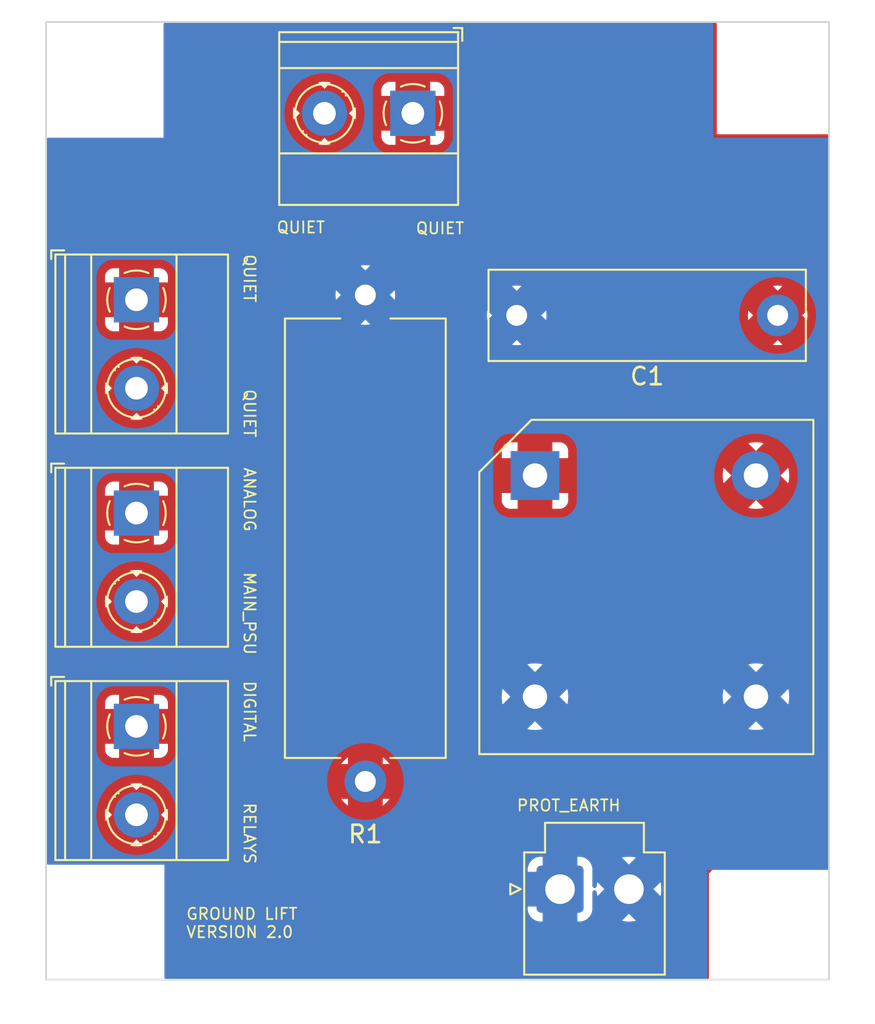
<source format=kicad_pcb>
(kicad_pcb (version 20221018) (generator pcbnew)
  (layers (0 "F.Cu" signal) (31 "B.Cu" signal) (34 "B.Paste" user) (35 "F.Paste" user) (36 "B.SilkS" user "B.Silkscreen") (37 "F.SilkS" user "F.Silkscreen") (38 "B.Mask" user) (39 "F.Mask" user) (44 "Edge.Cuts" user))
  (net 0 "")
  (net 1 "EARTH")
  (net 2 "GND")
  (footprint "TerminalBlock_Phoenix:TerminalBlock_Phoenix_MKDS-1,5-2-5.08_1x02_P5.08mm_Horizontal" (layer "F.Cu") (at 118.195 94.455 -90)
    (fp_text reference "J4" hide)
    (fp_text value "Conn_01x02_Male")
    (fp_line (start -2.84 4.16) (end -2.84 4.9) (stroke (width 0.12)) (layer "F.SilkS"))
    (fp_line (start -2.84 4.9) (end -2.34 4.9) (stroke (width 0.12)) (layer "F.SilkS"))
    (fp_line (start -2.6 -5.261) (end -2.6 4.66) (stroke (width 0.12)) (layer "F.SilkS"))
    (fp_line (start -2.6 -5.261) (end 7.68 -5.261) (stroke (width 0.12)) (layer "F.SilkS"))
    (fp_line (start -2.6 -2.301) (end 7.68 -2.301) (stroke (width 0.12)) (layer "F.SilkS"))
    (fp_line (start -2.6 2.6) (end 7.68 2.6) (stroke (width 0.12)) (layer "F.SilkS"))
    (fp_line (start -2.6 4.1) (end 7.68 4.1) (stroke (width 0.12)) (layer "F.SilkS"))
    (fp_line (start -2.6 4.66) (end 7.68 4.66) (stroke (width 0.12)) (layer "F.SilkS"))
    (fp_line (start 3.853 1.023) (end 3.806 1.069) (stroke (width 0.12)) (layer "F.SilkS"))
    (fp_line (start 4.046 1.239) (end 4.011 1.274) (stroke (width 0.12)) (layer "F.SilkS"))
    (fp_line (start 6.15 -1.275) (end 6.115 -1.239) (stroke (width 0.12)) (layer "F.SilkS"))
    (fp_line (start 6.355 -1.069) (end 6.308 -1.023) (stroke (width 0.12)) (layer "F.SilkS"))
    (fp_line (start 7.68 -5.261) (end 7.68 4.66) (stroke (width 0.12)) (layer "F.SilkS"))
    (fp_arc (start -1.535427 0.683042) (mid -1.680501 -0.000524) (end -1.535 -0.684) (stroke (width 0.12)) (layer "F.SilkS"))
    (fp_arc (start -0.683042 -1.535427) (mid 0.000524 -1.680501) (end 0.684 -1.535) (stroke (width 0.12)) (layer "F.SilkS"))
    (fp_arc (start 0.028805 1.680253) (mid -0.335551 1.646659) (end -0.684 1.535) (stroke (width 0.12)) (layer "F.SilkS"))
    (fp_arc (start 0.683318 1.534756) (mid 0.349292 1.643288) (end 0 1.68) (stroke (width 0.12)) (layer "F.SilkS"))
    (fp_arc (start 1.535427 -0.683042) (mid 1.680501 0.000524) (end 1.535 0.684) (stroke (width 0.12)) (layer "F.SilkS"))
    (fp_circle (center 5.08 0) (end 6.76 0) (stroke (width 0.12)) (fill none) (layer "F.SilkS"))
    (pad "1" thru_hole rect (at 0 0 270) (size 2.6 2.6) (drill 1.3) (layers "*.Cu" "*.Mask") (net 2 "GND"))
    (pad "2" thru_hole circle (at 5.08 0 270) (size 2.6 2.6) (drill 1.3) (layers "*.Cu" "*.Mask") (net 2 "GND"))
  )
  (footprint "MountingHole:MountingHole_3.2mm_M3" (layer "F.Cu") (at 155.5 106.5)
    (fp_text reference "H4" hide)
    (fp_text value "MountingHole")
    (pad "" np_thru_hole circle (at 0 0) (size 3.2 3.2) (drill 3.2) (layers "*.Cu" "*.Mask"))
  )
  (footprint "Resistor_THT:R_Axial_Power_L25.0mm_W9.0mm_P27.94mm" (layer "F.Cu") (at 131.35 69.68 -90)
    (fp_text reference "R1" (at 30.97 0 -180) (layer "F.SilkS"))
    (fp_text value "10R 5W")
    (fp_line (start 1.35 -4.62) (end 26.59 -4.62) (stroke (width 0.12)) (layer "F.SilkS"))
    (fp_line (start 1.35 -1.44) (end 1.35 -4.62) (stroke (width 0.12)) (layer "F.SilkS"))
    (fp_line (start 1.35 1.44) (end 1.35 4.62) (stroke (width 0.12)) (layer "F.SilkS"))
    (fp_line (start 1.35 4.62) (end 26.59 4.62) (stroke (width 0.12)) (layer "F.SilkS"))
    (fp_line (start 26.59 -4.62) (end 26.59 -1.44) (stroke (width 0.12)) (layer "F.SilkS"))
    (fp_line (start 26.59 4.62) (end 26.59 1.44) (stroke (width 0.12)) (layer "F.SilkS"))
    (pad "1" thru_hole circle (at 0 0 270) (size 2.4 2.4) (drill 1.2) (layers "*.Cu" "*.Mask") (net 1 "EARTH"))
    (pad "2" thru_hole oval (at 27.94 0 270) (size 2.4 2.4) (drill 1.2) (layers "*.Cu" "*.Mask") (net 2 "GND"))
  )
  (footprint "Connector_JST:JST_VH_B2P-VH-B_1x02_P3.96mm_Vertical" (layer "F.Cu") (at 142.54 103.805)
    (fp_text reference "J1" hide)
    (fp_text value "Conn_01x02_Male")
    (fp_line (start -2.86 -0.3) (end -2.26 0) (stroke (width 0.12)) (layer "F.SilkS"))
    (fp_line (start -2.86 0.3) (end -2.86 -0.3) (stroke (width 0.12)) (layer "F.SilkS"))
    (fp_line (start -2.26 0) (end -2.86 0.3) (stroke (width 0.12)) (layer "F.SilkS"))
    (fp_line (start -2.06 -2.11) (end -0.86 -2.11) (stroke (width 0.12)) (layer "F.SilkS"))
    (fp_line (start -2.06 4.91) (end -2.06 -2.11) (stroke (width 0.12)) (layer "F.SilkS"))
    (fp_line (start -0.86 -3.81) (end 4.82 -3.81) (stroke (width 0.12)) (layer "F.SilkS"))
    (fp_line (start -0.86 -2.11) (end -0.86 -3.81) (stroke (width 0.12)) (layer "F.SilkS"))
    (fp_line (start 4.82 -3.81) (end 4.82 -2.11) (stroke (width 0.12)) (layer "F.SilkS"))
    (fp_line (start 4.82 -2.11) (end 6.02 -2.11) (stroke (width 0.12)) (layer "F.SilkS"))
    (fp_line (start 6.02 -2.11) (end 6.02 4.91) (stroke (width 0.12)) (layer "F.SilkS"))
    (fp_line (start 6.02 4.91) (end -2.06 4.91) (stroke (width 0.12)) (layer "F.SilkS"))
    (pad "1" thru_hole roundrect (at 0 0) (size 2.7 2.7) (drill 1.7) (layers "*.Cu" "*.Mask") (roundrect_rratio 0.09259296296) (net 1 "EARTH"))
    (pad "2" thru_hole circle (at 3.96 0) (size 2.7 2.7) (drill 1.7) (layers "*.Cu" "*.Mask") (net 1 "EARTH"))
  )
  (footprint "MountingHole:MountingHole_3.2mm_M3" (layer "F.Cu") (at 115.5 56.5)
    (fp_text reference "H1" hide)
    (fp_text value "MountingHole")
    (pad "" np_thru_hole circle (at 0 0) (size 3.2 3.2) (drill 3.2) (layers "*.Cu" "*.Mask"))
  )
  (footprint "Diode_THT:Diode_Bridge_19.0x19.0x6.8mm_P12.7mm" (layer "F.Cu") (at 141.1 80.05)
    (fp_text reference "D1" hide)
    (fp_text value "GBJ2510-F")
    (fp_line (start -3.2 -0.2) (end -0.2 -3.2) (stroke (width 0.12)) (layer "F.SilkS"))
    (fp_line (start -3.2 16) (end -3.2 -0.2) (stroke (width 0.12)) (layer "F.SilkS"))
    (fp_line (start -0.2 -3.2) (end 16 -3.2) (stroke (width 0.12)) (layer "F.SilkS"))
    (fp_line (start 16 -3.2) (end 16 16) (stroke (width 0.12)) (layer "F.SilkS"))
    (fp_line (start 16 16) (end -3.2 16) (stroke (width 0.12)) (layer "F.SilkS"))
    (pad "1" thru_hole rect (at 0 0 180) (size 2.8 2.8) (drill 1.4) (layers "*.Cu" "*.Mask") (net 2 "GND"))
    (pad "2" thru_hole circle (at 0 12.7 180) (size 2.8 2.8) (drill 1.4) (layers "*.Cu" "*.Mask") (net 1 "EARTH"))
    (pad "3" thru_hole circle (at 12.7 12.7 180) (size 2.8 2.8) (drill 1.4) (layers "*.Cu" "*.Mask") (net 1 "EARTH"))
    (pad "4" thru_hole circle (at 12.7 0 180) (size 2.8 2.8) (drill 1.4) (layers "*.Cu" "*.Mask") (net 2 "GND"))
  )
  (footprint "Capacitor_THT:C_Rect_L18.0mm_W5.0mm_P15.00mm_FKS3_FKP3" (layer "F.Cu") (at 140.05 70.85)
    (fp_text reference "C1" (at 7.5 3.5) (layer "F.SilkS"))
    (fp_text value "100n")
    (fp_line (start -1.62 -2.62) (end -1.62 2.62) (stroke (width 0.12)) (layer "F.SilkS"))
    (fp_line (start -1.62 -2.62) (end 16.62 -2.62) (stroke (width 0.12)) (layer "F.SilkS"))
    (fp_line (start -1.62 2.62) (end 16.62 2.62) (stroke (width 0.12)) (layer "F.SilkS"))
    (fp_line (start 16.62 -2.62) (end 16.62 2.62) (stroke (width 0.12)) (layer "F.SilkS"))
    (pad "1" thru_hole circle (at 0 0) (size 2.4 2.4) (drill 1.2) (layers "*.Cu" "*.Mask") (net 1 "EARTH"))
    (pad "2" thru_hole circle (at 15 0) (size 2.4 2.4) (drill 1.2) (layers "*.Cu" "*.Mask") (net 2 "GND"))
  )
  (footprint "TerminalBlock_Phoenix:TerminalBlock_Phoenix_MKDS-1,5-2-5.08_1x02_P5.08mm_Horizontal" (layer "F.Cu") (at 118.195 69.955 -90)
    (fp_text reference "J3" hide)
    (fp_text value "Conn_01x02_Male")
    (fp_line (start -2.84 4.16) (end -2.84 4.9) (stroke (width 0.12)) (layer "F.SilkS"))
    (fp_line (start -2.84 4.9) (end -2.34 4.9) (stroke (width 0.12)) (layer "F.SilkS"))
    (fp_line (start -2.6 -5.261) (end -2.6 4.66) (stroke (width 0.12)) (layer "F.SilkS"))
    (fp_line (start -2.6 -5.261) (end 7.68 -5.261) (stroke (width 0.12)) (layer "F.SilkS"))
    (fp_line (start -2.6 -2.301) (end 7.68 -2.301) (stroke (width 0.12)) (layer "F.SilkS"))
    (fp_line (start -2.6 2.6) (end 7.68 2.6) (stroke (width 0.12)) (layer "F.SilkS"))
    (fp_line (start -2.6 4.1) (end 7.68 4.1) (stroke (width 0.12)) (layer "F.SilkS"))
    (fp_line (start -2.6 4.66) (end 7.68 4.66) (stroke (width 0.12)) (layer "F.SilkS"))
    (fp_line (start 3.853 1.023) (end 3.806 1.069) (stroke (width 0.12)) (layer "F.SilkS"))
    (fp_line (start 4.046 1.239) (end 4.011 1.274) (stroke (width 0.12)) (layer "F.SilkS"))
    (fp_line (start 6.15 -1.275) (end 6.115 -1.239) (stroke (width 0.12)) (layer "F.SilkS"))
    (fp_line (start 6.355 -1.069) (end 6.308 -1.023) (stroke (width 0.12)) (layer "F.SilkS"))
    (fp_line (start 7.68 -5.261) (end 7.68 4.66) (stroke (width 0.12)) (layer "F.SilkS"))
    (fp_arc (start -1.535427 0.683042) (mid -1.680501 -0.000524) (end -1.535 -0.684) (stroke (width 0.12)) (layer "F.SilkS"))
    (fp_arc (start -0.683042 -1.535427) (mid 0.000524 -1.680501) (end 0.684 -1.535) (stroke (width 0.12)) (layer "F.SilkS"))
    (fp_arc (start 0.028805 1.680253) (mid -0.335551 1.646659) (end -0.684 1.535) (stroke (width 0.12)) (layer "F.SilkS"))
    (fp_arc (start 0.683318 1.534756) (mid 0.349292 1.643288) (end 0 1.68) (stroke (width 0.12)) (layer "F.SilkS"))
    (fp_arc (start 1.535427 -0.683042) (mid 1.680501 0.000524) (end 1.535 0.684) (stroke (width 0.12)) (layer "F.SilkS"))
    (fp_circle (center 5.08 0) (end 6.76 0) (stroke (width 0.12)) (fill none) (layer "F.SilkS"))
    (pad "1" thru_hole rect (at 0 0 270) (size 2.6 2.6) (drill 1.3) (layers "*.Cu" "*.Mask") (net 2 "GND"))
    (pad "2" thru_hole circle (at 5.08 0 270) (size 2.6 2.6) (drill 1.3) (layers "*.Cu" "*.Mask") (net 2 "GND"))
  )
  (footprint "TerminalBlock_Phoenix:TerminalBlock_Phoenix_MKDS-1,5-2-5.08_1x02_P5.08mm_Horizontal" (layer "F.Cu") (at 118.195 82.205 -90)
    (fp_text reference "J2" hide)
    (fp_text value "Conn_01x02_Male")
    (fp_line (start -2.84 4.16) (end -2.84 4.9) (stroke (width 0.12)) (layer "F.SilkS"))
    (fp_line (start -2.84 4.9) (end -2.34 4.9) (stroke (width 0.12)) (layer "F.SilkS"))
    (fp_line (start -2.6 -5.261) (end -2.6 4.66) (stroke (width 0.12)) (layer "F.SilkS"))
    (fp_line (start -2.6 -5.261) (end 7.68 -5.261) (stroke (width 0.12)) (layer "F.SilkS"))
    (fp_line (start -2.6 -2.301) (end 7.68 -2.301) (stroke (width 0.12)) (layer "F.SilkS"))
    (fp_line (start -2.6 2.6) (end 7.68 2.6) (stroke (width 0.12)) (layer "F.SilkS"))
    (fp_line (start -2.6 4.1) (end 7.68 4.1) (stroke (width 0.12)) (layer "F.SilkS"))
    (fp_line (start -2.6 4.66) (end 7.68 4.66) (stroke (width 0.12)) (layer "F.SilkS"))
    (fp_line (start 3.853 1.023) (end 3.806 1.069) (stroke (width 0.12)) (layer "F.SilkS"))
    (fp_line (start 4.046 1.239) (end 4.011 1.274) (stroke (width 0.12)) (layer "F.SilkS"))
    (fp_line (start 6.15 -1.275) (end 6.115 -1.239) (stroke (width 0.12)) (layer "F.SilkS"))
    (fp_line (start 6.355 -1.069) (end 6.308 -1.023) (stroke (width 0.12)) (layer "F.SilkS"))
    (fp_line (start 7.68 -5.261) (end 7.68 4.66) (stroke (width 0.12)) (layer "F.SilkS"))
    (fp_arc (start -1.535427 0.683042) (mid -1.680501 -0.000524) (end -1.535 -0.684) (stroke (width 0.12)) (layer "F.SilkS"))
    (fp_arc (start -0.683042 -1.535427) (mid 0.000524 -1.680501) (end 0.684 -1.535) (stroke (width 0.12)) (layer "F.SilkS"))
    (fp_arc (start 0.028805 1.680253) (mid -0.335551 1.646659) (end -0.684 1.535) (stroke (width 0.12)) (layer "F.SilkS"))
    (fp_arc (start 0.683318 1.534756) (mid 0.349292 1.643288) (end 0 1.68) (stroke (width 0.12)) (layer "F.SilkS"))
    (fp_arc (start 1.535427 -0.683042) (mid 1.680501 0.000524) (end 1.535 0.684) (stroke (width 0.12)) (layer "F.SilkS"))
    (fp_circle (center 5.08 0) (end 6.76 0) (stroke (width 0.12)) (fill none) (layer "F.SilkS"))
    (pad "1" thru_hole rect (at 0 0 270) (size 2.6 2.6) (drill 1.3) (layers "*.Cu" "*.Mask") (net 2 "GND"))
    (pad "2" thru_hole circle (at 5.08 0 270) (size 2.6 2.6) (drill 1.3) (layers "*.Cu" "*.Mask") (net 2 "GND"))
  )
  (footprint "MountingHole:MountingHole_3.2mm_M3" (layer "F.Cu") (at 115.5 106.5)
    (fp_text reference "H3" hide)
    (fp_text value "MountingHole")
    (pad "" np_thru_hole circle (at 0 0) (size 3.2 3.2) (drill 3.2) (layers "*.Cu" "*.Mask"))
  )
  (footprint "TerminalBlock_Phoenix:TerminalBlock_Phoenix_MKDS-1,5-2-5.08_1x02_P5.08mm_Horizontal" (layer "F.Cu") (at 134.08 59.245 180)
    (fp_text reference "J5" hide)
    (fp_text value "Conn_01x02_Male")
    (fp_line (start -2.84 4.16) (end -2.84 4.9) (stroke (width 0.12)) (layer "F.SilkS"))
    (fp_line (start -2.84 4.9) (end -2.34 4.9) (stroke (width 0.12)) (layer "F.SilkS"))
    (fp_line (start -2.6 -5.261) (end -2.6 4.66) (stroke (width 0.12)) (layer "F.SilkS"))
    (fp_line (start -2.6 -5.261) (end 7.68 -5.261) (stroke (width 0.12)) (layer "F.SilkS"))
    (fp_line (start -2.6 -2.301) (end 7.68 -2.301) (stroke (width 0.12)) (layer "F.SilkS"))
    (fp_line (start -2.6 2.6) (end 7.68 2.6) (stroke (width 0.12)) (layer "F.SilkS"))
    (fp_line (start -2.6 4.1) (end 7.68 4.1) (stroke (width 0.12)) (layer "F.SilkS"))
    (fp_line (start -2.6 4.66) (end 7.68 4.66) (stroke (width 0.12)) (layer "F.SilkS"))
    (fp_line (start 3.853 1.023) (end 3.806 1.069) (stroke (width 0.12)) (layer "F.SilkS"))
    (fp_line (start 4.046 1.239) (end 4.011 1.274) (stroke (width 0.12)) (layer "F.SilkS"))
    (fp_line (start 6.15 -1.275) (end 6.115 -1.239) (stroke (width 0.12)) (layer "F.SilkS"))
    (fp_line (start 6.355 -1.069) (end 6.308 -1.023) (stroke (width 0.12)) (layer "F.SilkS"))
    (fp_line (start 7.68 -5.261) (end 7.68 4.66) (stroke (width 0.12)) (layer "F.SilkS"))
    (fp_arc (start -1.535427 0.683042) (mid -1.680501 -0.000524) (end -1.535 -0.684) (stroke (width 0.12)) (layer "F.SilkS"))
    (fp_arc (start -0.683042 -1.535427) (mid 0.000524 -1.680501) (end 0.684 -1.535) (stroke (width 0.12)) (layer "F.SilkS"))
    (fp_arc (start 0.028805 1.680253) (mid -0.335551 1.646659) (end -0.684 1.535) (stroke (width 0.12)) (layer "F.SilkS"))
    (fp_arc (start 0.683318 1.534756) (mid 0.349292 1.643288) (end 0 1.68) (stroke (width 0.12)) (layer "F.SilkS"))
    (fp_arc (start 1.535427 -0.683042) (mid 1.680501 0.000524) (end 1.535 0.684) (stroke (width 0.12)) (layer "F.SilkS"))
    (fp_circle (center 5.08 0) (end 6.76 0) (stroke (width 0.12)) (fill none) (layer "F.SilkS"))
    (pad "1" thru_hole rect (at 0 0 180) (size 2.6 2.6) (drill 1.3) (layers "*.Cu" "*.Mask") (net 2 "GND"))
    (pad "2" thru_hole circle (at 5.08 0 180) (size 2.6 2.6) (drill 1.3) (layers "*.Cu" "*.Mask") (net 2 "GND"))
  )
  (footprint "MountingHole:MountingHole_3.2mm_M3" (layer "F.Cu") (at 155.5 56.5)
    (fp_text reference "H2" hide)
    (fp_text value "MountingHole")
    (pad "" np_thru_hole circle (at 0 0) (size 3.2 3.2) (drill 3.2) (layers "*.Cu" "*.Mask"))
  )
  (gr_line (start 113 54) (end 113 109) (stroke (width 0.1)) (layer "Edge.Cuts"))
  (gr_line (start 158 109) (end 158 54) (stroke (width 0.1)) (layer "Edge.Cuts"))
  (gr_line (start 158 109) (end 113 109) (stroke (width 0.1)) (layer "Edge.Cuts"))
  (gr_line (start 158 54) (end 113 54) (stroke (width 0.1)) (layer "Edge.Cuts"))
  (gr_text "MAIN_PSU" (at 124.695 85.535 270) (layer "F.SilkS") (effects (font (size 0.65 0.65) (thickness 0.1)) (justify left)))
  (gr_text "ANALOG" (at 124.695 79.535 270) (layer "F.SilkS") (effects (font (size 0.65 0.65) (thickness 0.1)) (justify left)))
  (gr_text "QUIET" (at 124.695 75.035 270) (layer "F.SilkS") (effects (font (size 0.65 0.65) (thickness 0.1)) (justify left)))
  (gr_text "QUIET" (at 126.2 65.8) (layer "F.SilkS") (effects (font (size 0.65 0.65) (thickness 0.1)) (justify left)))
  (gr_text "DIGITAL" (at 124.695 91.785 270) (layer "F.SilkS") (effects (font (size 0.65 0.65) (thickness 0.1)) (justify left)))
  (gr_text "RELAYS" (at 124.695 98.785 270) (layer "F.SilkS") (effects (font (size 0.65 0.65) (thickness 0.1)) (justify left)))
  (gr_text "QUIET" (at 134.2 65.85) (layer "F.SilkS") (effects (font (size 0.65 0.65) (thickness 0.1)) (justify left)))
  (gr_text "PROT_EARTH" (at 140 99) (layer "F.SilkS") (effects (font (size 0.65 0.65) (thickness 0.1)) (justify left)))
  (gr_text "QUIET" (at 124.695 67.285 270) (layer "F.SilkS") (effects (font (size 0.65 0.65) (thickness 0.1)) (justify left)))
  (gr_text "GROUND LIFT\nVERSION 2.0" (at 121 105.75) (layer "F.SilkS") (effects (font (size 0.65 0.65) (thickness 0.1)) (justify left)))
  (zone (net 2) (net_name "GND") (layer "F.Cu") (connect_pads (clearance 1)) (min_thickness 0.254) (fill yes (thermal_gap 0.508) (thermal_bridge_width 2))
    (polygon (pts (xy 151.55 60.45) (xy 158.5 60.45) (xy 158.5 102.65) (xy 151.35 102.65) (xy 151.1 102.9) (xy 151.1 109.5) (xy 120.1 109.5) (xy 120.1 102.35) (xy 112.5 102.35) (xy 112.5 60.65) (xy 119.85 60.65) (xy 119.85 53.25) (xy 151.55 53.25)))
  )
  (zone (net 1) (net_name "EARTH") (layer "B.Cu") (connect_pads (clearance 1)) (min_thickness 0.254) (fill yes (thermal_gap 0.508) (thermal_bridge_width 2))
    (polygon (pts (xy 151.35 60.65) (xy 159 60.65) (xy 159 102.75) (xy 158.95 102.7) (xy 151 102.7) (xy 151 110) (xy 119.8 110) (xy 119.8 102.4) (xy 112 102.4) (xy 112 60.65) (xy 119.751338 60.65) (xy 119.75 60.75) (xy 119.75 53.25) (xy 151.35 53.25)))
  )
)
</source>
